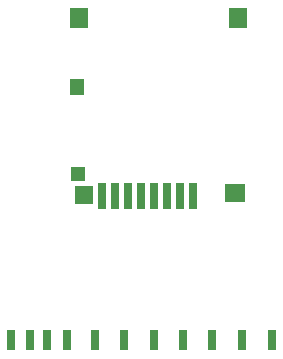
<source format=gtp>
G04 (created by PCBNEW-RS274X (2012-01-19 BZR 3256)-stable) date Sun 31 Aug 2014 14:00:24 CEST*
G01*
G70*
G90*
%MOIN*%
G04 Gerber Fmt 3.4, Leading zero omitted, Abs format*
%FSLAX34Y34*%
G04 APERTURE LIST*
%ADD10C,0.006000*%
%ADD11R,0.027600X0.068900*%
%ADD12R,0.059100X0.066900*%
%ADD13R,0.031500X0.089700*%
%ADD14R,0.050800X0.051200*%
%ADD15R,0.050800X0.055100*%
%ADD16R,0.066900X0.059100*%
%ADD17R,0.063000X0.059100*%
G04 APERTURE END LIST*
G54D10*
G54D11*
X24542Y-26601D03*
X23563Y-26601D03*
X22585Y-26601D03*
X21607Y-26601D03*
X20630Y-26601D03*
X19651Y-26601D03*
X18702Y-26601D03*
X18037Y-26601D03*
X25557Y-26601D03*
X17470Y-26601D03*
X16844Y-26601D03*
G54D12*
X19111Y-15868D03*
G54D13*
X22910Y-21797D03*
X22477Y-21797D03*
X22044Y-21797D03*
X21611Y-21797D03*
X21178Y-21797D03*
X20745Y-21797D03*
X20312Y-21797D03*
X19878Y-21797D03*
G54D14*
X19069Y-21064D03*
G54D15*
X19058Y-18151D03*
G54D12*
X24426Y-15868D03*
G54D16*
X24308Y-21714D03*
G54D17*
X19286Y-21753D03*
M02*

</source>
